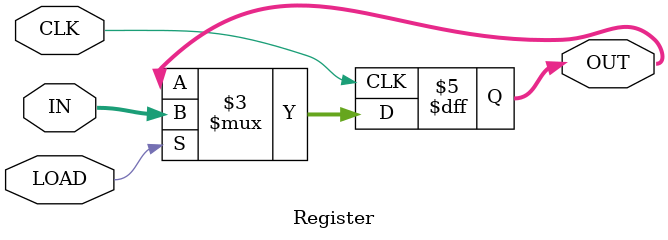
<source format=v>
/**
 * The module Register is a 16-bit register with load control
 * Stores and outputs 16-bit values
 */
`default_nettype none
module Register (
    // Clock
    input wire CLK,

    // Control Interface
    input wire LOAD,

    // Data Interface
    input wire [15:0] IN,
    output reg [15:0] OUT
);

    // --------------------------
    // Sequential logic
    // --------------------------
    
    initial begin
        OUT = 16'b0;
    end
    
    always @(posedge CLK) begin
        if (LOAD)
            OUT <= IN;
    end

endmodule

</source>
